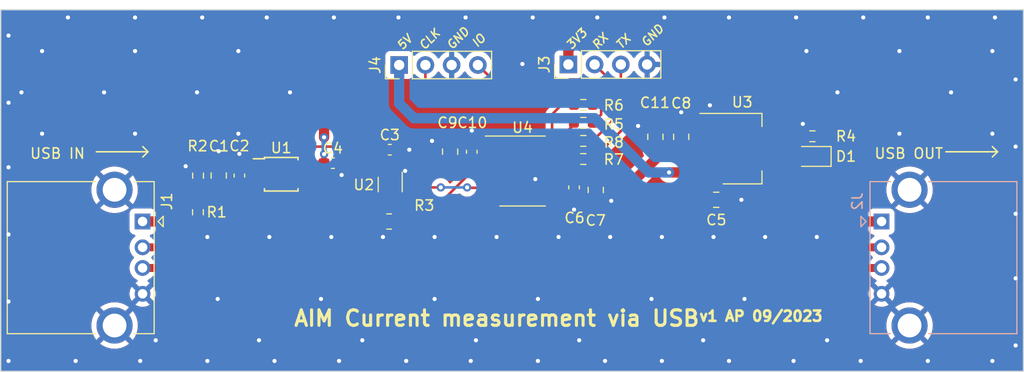
<source format=kicad_pcb>
(kicad_pcb (version 20221018) (generator pcbnew)
  (layers (0 "F.Cu" signal) (31 "B.Cu" signal) (34 "B.Paste" user) (35 "F.Paste" user) (36 "B.SilkS" user "B.Silkscreen") (37 "F.SilkS" user "F.Silkscreen") (38 "B.Mask" user) (39 "F.Mask" user) (44 "Edge.Cuts" user))
  (net 0 "")
  (net 1 "Net-(U1A-+)")
  (net 2 "GND")
  (net 3 "+3.3V")
  (net 4 "+5V")
  (net 5 "Net-(D1-K)")
  (net 6 "CURR_MES_HIGH")
  (net 7 "/USB2_N")
  (net 8 "/USB2_P")
  (net 9 "CURR_MES_LOW")
  (net 10 "UART_RX")
  (net 11 "UART_TX")
  (net 12 "SWD_CLK")
  (net 13 "SWD_IO")
  (net 14 "Net-(U4-PA13)")
  (net 15 "Net-(U4-PA14)")
  (net 16 "USB_VBUS_MES")
  (net 20 "USB_CURR_MES")
  (net 32 "Net-(U4-PA9)")
  (net 33 "Net-(U4-PA10)")
  (footprint "Resistor_SMD:R_0603_1608Metric_Pad0.98x0.95mm_HandSolder" (layer "F.Cu") (at 96.4 67.2125)
    (fp_text reference "R6" (at 2.95 0.0375) (layer "F.SilkS"))
    (fp_text value "100")
    (fp_line (start -0.254724 -0.5225) (end 0.254724 -0.5225) (stroke (width 0.12)) (layer "F.SilkS"))
    (fp_line (start -0.254724 0.5225) (end 0.254724 0.5225) (stroke (width 0.12)) (layer "F.SilkS"))
    (pad "1" smd roundrect (at -0.9125 0) (size 0.975 0.95) (layers "F.Cu" "F.Paste" "F.Mask") (net 15 "Net-(U4-PA14)"))
    (pad "2" smd roundrect (at 0.9125 0) (size 0.975 0.95) (layers "F.Cu" "F.Paste" "F.Mask") (net 12 "SWD_CLK"))
  )
  (footprint "Resistor_SMD:R_0603_1608Metric_Pad0.98x0.95mm_HandSolder" (layer "F.Cu") (at 59.1 74.0625 90)
    (fp_text reference "R2" (at 2.8625 -0.05 180) (layer "F.SilkS"))
    (fp_text value "1M")
    (fp_line (start -0.254724 -0.5225) (end 0.254724 -0.5225) (stroke (width 0.12)) (layer "F.SilkS"))
    (fp_line (start -0.254724 0.5225) (end 0.254724 0.5225) (stroke (width 0.12)) (layer "F.SilkS"))
    (pad "1" smd roundrect (at -0.9125 0 90) (size 0.975 0.95) (layers "F.Cu" "F.Paste" "F.Mask") (net 1 "Net-(U1A-+)"))
    (pad "2" smd roundrect (at 0.9125 0 90) (size 0.975 0.95) (layers "F.Cu" "F.Paste" "F.Mask") (net 2 "GND"))
  )
  (footprint "Resistor_SMD:R_0603_1608Metric_Pad0.98x0.95mm_HandSolder" (layer "F.Cu") (at 118.575 70.25 180)
    (fp_text reference "R4" (at -3.25 0) (layer "F.SilkS"))
    (fp_text value "1k")
    (fp_line (start -0.254724 -0.5225) (end 0.254724 -0.5225) (stroke (width 0.12)) (layer "F.SilkS"))
    (fp_line (start -0.254724 0.5225) (end 0.254724 0.5225) (stroke (width 0.12)) (layer "F.SilkS"))
    (pad "1" smd roundrect (at -0.9125 0 180) (size 0.975 0.95) (layers "F.Cu" "F.Paste" "F.Mask") (net 5 "Net-(D1-K)"))
    (pad "2" smd roundrect (at 0.9125 0 180) (size 0.975 0.95) (layers "F.Cu" "F.Paste" "F.Mask") (net 2 "GND"))
  )
  (footprint "Capacitor_SMD:C_0603_1608Metric_Pad1.08x0.95mm_HandSolder" (layer "F.Cu") (at 63.1 74.05 90)
    (fp_text reference "C2" (at 2.8625 0) (layer "F.SilkS"))
    (fp_text value "100n")
    (fp_line (start -0.146267 -0.51) (end 0.146267 -0.51) (stroke (width 0.12)) (layer "F.SilkS"))
    (fp_line (start -0.146267 0.51) (end 0.146267 0.51) (stroke (width 0.12)) (layer "F.SilkS"))
    (pad "1" smd roundrect (at -0.8625 0 90) (size 1.075 0.95) (layers "F.Cu" "F.Paste" "F.Mask") (net 1 "Net-(U1A-+)"))
    (pad "2" smd roundrect (at 0.8625 0 90) (size 1.075 0.95) (layers "F.Cu" "F.Paste" "F.Mask") (net 2 "GND"))
  )
  (footprint "Capacitor_SMD:C_0805_2012Metric_Pad1.18x1.45mm_HandSolder" (layer "F.Cu") (at 103.375 70.3 90)
    (fp_text reference "C11" (at 3.3 -0.05 180) (layer "F.SilkS"))
    (fp_text value "1u")
    (fp_line (start -0.261252 -0.735) (end 0.261252 -0.735) (stroke (width 0.12)) (layer "F.SilkS"))
    (fp_line (start -0.261252 0.735) (end 0.261252 0.735) (stroke (width 0.12)) (layer "F.SilkS"))
    (pad "1" smd roundrect (at -1.0375 0 90) (size 1.175 1.45) (layers "F.Cu" "F.Paste" "F.Mask") (roundrect_rratio 0.2127659574) (net 3 "+3.3V"))
    (pad "2" smd roundrect (at 1.0375 0 90) (size 1.175 1.45) (layers "F.Cu" "F.Paste" "F.Mask") (roundrect_rratio 0.2127659574) (net 2 "GND"))
  )
  (footprint "Package_SO:TSSOP-20_4.4x6.5mm_P0.65mm" (layer "F.Cu") (at 90.5125 73.6125)
    (fp_text reference "U4" (at 0 -4.2) (layer "F.SilkS"))
    (fp_text value "STM32L011F4Px")
    (fp_line (start 0 -3.385) (end -3.6 -3.385) (stroke (width 0.12)) (layer "F.SilkS"))
    (fp_line (start 0 -3.385) (end 2.2 -3.385) (stroke (width 0.12)) (layer "F.SilkS"))
    (fp_line (start 0 3.385) (end -2.2 3.385) (stroke (width 0.12)) (layer "F.SilkS"))
    (fp_line (start 0 3.385) (end 2.2 3.385) (stroke (width 0.12)) (layer "F.SilkS"))
    (pad "1" smd roundrect (at -2.8625 -2.925) (size 1.475 0.4) (layers "F.Cu" "F.Paste" "F.Mask"))
    (pad "2" smd roundrect (at -2.8625 -2.275) (size 1.475 0.4) (layers "F.Cu" "F.Paste" "F.Mask"))
    (pad "3" smd roundrect (at -2.8625 -1.625) (size 1.475 0.4) (layers "F.Cu" "F.Paste" "F.Mask"))
    (pad "4" smd roundrect (at -2.8625 -0.975) (size 1.475 0.4) (layers "F.Cu" "F.Paste" "F.Mask"))
    (pad "5" smd roundrect (at -2.8625 -0.325) (size 1.475 0.4) (layers "F.Cu" "F.Paste" "F.Mask") (net 3 "+3.3V"))
    (pad "6" smd roundrect (at -2.8625 0.325) (size 1.475 0.4) (layers "F.Cu" "F.Paste" "F.Mask") (net 20 "USB_CURR_MES"))
    (pad "7" smd roundrect (at -2.8625 0.975) (size 1.475 0.4) (layers "F.Cu" "F.Paste" "F.Mask"))
    (pad "8" smd roundrect (at -2.8625 1.625) (size 1.475 0.4) (layers "F.Cu" "F.Paste" "F.Mask") (net 16 "USB_VBUS_MES"))
    (pad "9" smd roundrect (at -2.8625 2.275) (size 1.475 0.4) (layers "F.Cu" "F.Paste" "F.Mask"))
    (pad "10" smd roundrect (at -2.8625 2.925) (size 1.475 0.4) (layers "F.Cu" "F.Paste" "F.Mask"))
    (pad "11" smd roundrect (at 2.8625 2.925) (size 1.475 0.4) (layers "F.Cu" "F.Paste" "F.Mask"))
    (pad "12" smd roundrect (at 2.8625 2.275) (size 1.475 0.4) (layers "F.Cu" "F.Paste" "F.Mask"))
    (pad "13" smd roundrect (at 2.8625 1.625) (size 1.475 0.4) (layers "F.Cu" "F.Paste" "F.Mask"))
    (pad "14" smd roundrect (at 2.8625 0.975) (size 1.475 0.4) (layers "F.Cu" "F.Paste" "F.Mask"))
    (pad "15" smd roundrect (at 2.8625 0.325) (size 1.475 0.4) (layers "F.Cu" "F.Paste" "F.Mask") (net 2 "GND"))
    (pad "16" smd roundrect (at 2.8625 -0.325) (size 1.475 0.4) (layers "F.Cu" "F.Paste" "F.Mask") (net 3 "+3.3V"))
    (pad "17" smd roundrect (at 2.8625 -0.975) (size 1.475 0.4) (layers "F.Cu" "F.Paste" "F.Mask") (net 32 "Net-(U4-PA9)"))
    (pad "18" smd roundrect (at 2.8625 -1.625) (size 1.475 0.4) (layers "F.Cu" "F.Paste" "F.Mask") (net 33 "Net-(U4-PA10)"))
    (pad "19" smd roundrect (at 2.8625 -2.275) (size 1.475 0.4) (layers "F.Cu" "F.Paste" "F.Mask") (net 14 "Net-(U4-PA13)"))
    (pad "20" smd roundrect (at 2.8625 -2.925) (size 1.475 0.4) (layers "F.Cu" "F.Paste" "F.Mask") (net 15 "Net-(U4-PA14)"))
  )
  (footprint "Connector_PinHeader_2.54mm:PinHeader_1x04_P2.54mm_Vertical" (layer "F.Cu") (at 78.57 63.35 90)
    (fp_text reference "J4" (at 0 -2.33 90) (layer "F.SilkS"))
    (fp_text value "Conn_01x04_Pin")
    (fp_line (start -1.33 -1.33) (end 0 -1.33) (stroke (width 0.12)) (layer "F.SilkS"))
    (fp_line (start -1.33 0) (end -1.33 -1.33) (stroke (width 0.12)) (layer "F.SilkS"))
    (fp_line (start -1.33 1.27) (end -1.33 8.95) (stroke (width 0.12)) (layer "F.SilkS"))
    (fp_line (start -1.33 1.27) (end 1.33 1.27) (stroke (width 0.12)) (layer "F.SilkS"))
    (fp_line (start -1.33 8.95) (end 1.33 8.95) (stroke (width 0.12)) (layer "F.SilkS"))
    (fp_line (start 1.33 1.27) (end 1.33 8.95) (stroke (width 0.12)) (layer "F.SilkS"))
    (pad "1" thru_hole rect (at 0 0 90) (size 1.7 1.7) (drill 1) (layers "*.Cu" "*.Mask") (net 4 "+5V"))
    (pad "2" thru_hole oval (at 0 2.54 90) (size 1.7 1.7) (drill 1) (layers "*.Cu" "*.Mask") (net 12 "SWD_CLK"))
    (pad "3" thru_hole oval (at 0 5.08 90) (size 1.7 1.7) (drill 1) (layers "*.Cu" "*.Mask") (net 2 "GND"))
    (pad "4" thru_hole oval (at 0 7.62 90) (size 1.7 1.7) (drill 1) (layers "*.Cu" "*.Mask") (net 13 "SWD_IO"))
  )
  (footprint "Diode_SMD:D_0805_2012Metric_Pad1.15x1.40mm_HandSolder" (layer "F.Cu") (at 118.525 72.2 180)
    (fp_text reference "D1" (at -3.3 0) (layer "F.SilkS"))
    (fp_text value "LED")
    (fp_line (start -1.86 -0.96) (end -1.86 0.96) (stroke (width 0.12)) (layer "F.SilkS"))
    (fp_line (start -1.86 0.96) (end 1 0.96) (stroke (width 0.12)) (layer "F.SilkS"))
    (fp_line (start 1 -0.96) (end -1.86 -0.96) (stroke (width 0.12)) (layer "F.SilkS"))
    (pad "1" smd roundrect (at -1.025 0 180) (size 1.15 1.4) (layers "F.Cu" "F.Paste" "F.Mask") (roundrect_rratio 0.2173913043) (net 5 "Net-(D1-K)"))
    (pad "2" smd roundrect (at 1.025 0 180) (size 1.15 1.4) (layers "F.Cu" "F.Paste" "F.Mask") (roundrect_rratio 0.2173913043) (net 3 "+3.3V"))
  )
  (footprint "Connector_USB:USB_A_CONNFLY_DS1095-WNR0" (layer "F.Cu") (at 53.7275 78.5 -90)
    (fp_text reference "J1" (at -1.95 -2.35 90) (layer "F.SilkS"))
    (fp_text value "USB_A")
    (fp_line (start -3.86 -1.12) (end -3.86 0.86) (stroke (width 0.12)) (layer "F.SilkS"))
    (fp_line (start -3.86 -1.12) (end 10.86 -1.12) (stroke (width 0.12)) (layer "F.SilkS"))
    (fp_line (start -3.86 4.56) (end -3.86 13.1) (stroke (width 0.12)) (layer "F.SilkS"))
    (fp_line (start -3.86 13.1) (end 10.86 13.1) (stroke (width 0.12)) (layer "F.SilkS"))
    (fp_line (start -0.5 -2) (end 0 -1.5) (stroke (width 0.12)) (layer "F.SilkS"))
    (fp_line (start 0 -1.5) (end 0.5 -2) (stroke (width 0.12)) (layer "F.SilkS"))
    (fp_line (start 0.5 -2) (end -0.5 -2) (stroke (width 0.12)) (layer "F.SilkS"))
    (fp_line (start 10.86 0.86) (end 10.86 -1.12) (stroke (width 0.12)) (layer "F.SilkS"))
    (fp_line (start 10.86 4.56) (end 10.86 13.1) (stroke (width 0.12)) (layer "F.SilkS"))
    (pad "1" thru_hole rect (at 0 0 270) (size 1.524 1.524) (drill 0.92) (layers "*.Cu" "*.Mask") (net 6 "CURR_MES_HIGH"))
    (pad "2" thru_hole circle (at 2.5 0 270) (size 1.524 1.524) (drill 0.92) (layers "*.Cu" "*.Mask") (net 7 "/USB2_N"))
    (pad "3" thru_hole circle (at 4.5 0 270) (size 1.524 1.524) (drill 0.92) (layers "*.Cu" "*.Mask") (net 8 "/USB2_P"))
    (pad "4" thru_hole circle (at 7 0 270) (size 1.524 1.524) (drill 0.92) (layers "*.Cu" "*.Mask") (net 2 "GND"))
    (pad "5" thru_hole circle (at -3.07 2.71 270) (size 3.5 3.5) (drill 2.3) (layers "*.Cu" "*.Mask") (net 2 "GND"))
    (pad "5" thru_hole circle (at 10.07 2.71 270) (size 3.5 3.5) (drill 2.3) (layers "*.Cu" "*.Mask") (net 2 "GND"))
  )
  (footprint "Capacitor_SMD:C_0805_2012Metric_Pad1.18x1.45mm_HandSolder" (layer "F.Cu") (at 109.2625 76.4)
    (fp_text reference "C5" (at 0.0125 1.95) (layer "F.SilkS"))
    (fp_text value "10u")
    (fp_line (start -0.261252 -0.735) (end 0.261252 -0.735) (stroke (width 0.12)) (layer "F.SilkS"))
    (fp_line (start -0.261252 0.735) (end 0.261252 0.735) (stroke (width 0.12)) (layer "F.SilkS"))
    (pad "1" smd roundrect (at -1.0375 0) (size 1.175 1.45) (layers "F.Cu" "F.Paste" "F.Mask") (roundrect_rratio 0.2127659574) (net 4 "+5V"))
    (pad "2" smd roundrect (at 1.0375 0) (size 1.175 1.45) (layers "F.Cu" "F.Paste" "F.Mask") (roundrect_rratio 0.2127659574) (net 2 "GND"))
  )
  (footprint "Capacitor_SMD:C_0603_1608Metric_Pad1.08x0.95mm_HandSolder" (layer "F.Cu") (at 95.5 75.2 -90)
    (fp_text reference "C6" (at 2.95 -0.05 -180) (layer "F.SilkS"))
    (fp_text value "100n")
    (fp_line (start -0.146267 -0.51) (end 0.146267 -0.51) (stroke (width 0.12)) (layer "F.SilkS"))
    (fp_line (start -0.146267 0.51) (end 0.146267 0.51) (stroke (width 0.12)) (layer "F.SilkS"))
    (pad "1" smd roundrect (at -0.8625 0 270) (size 1.075 0.95) (layers "F.Cu" "F.Paste" "F.Mask") (net 3 "+3.3V"))
    (pad "2" smd roundrect (at 0.8625 0 270) (size 1.075 0.95) (layers "F.Cu" "F.Paste" "F.Mask") (net 2 "GND"))
  )
  (footprint "Resistor_SMD:R_0603_1608Metric_Pad0.98x0.95mm_HandSolder" (layer "F.Cu") (at 96.4 72.45)
    (fp_text reference "R7" (at 2.95 0.05) (layer "F.SilkS"))
    (fp_text value "100")
    (fp_line (start -0.254724 -0.5225) (end 0.254724 -0.5225) (stroke (width 0.12)) (layer "F.SilkS"))
    (fp_line (start -0.254724 0.5225) (end 0.254724 0.5225) (stroke (width 0.12)) (layer "F.SilkS"))
    (pad "1" smd roundrect (at -0.9125 0) (size 0.975 0.95) (layers "F.Cu" "F.Paste" "F.Mask") (net 32 "Net-(U4-PA9)"))
    (pad "2" smd roundrect (at 0.9125 0) (size 0.975 0.95) (layers "F.Cu" "F.Paste" "F.Mask") (net 11 "UART_TX"))
  )
  (footprint "Capacitor_SMD:C_0603_1608Metric_Pad1.08x0.95mm_HandSolder" (layer "F.Cu") (at 72.15 72.85)
    (fp_text reference "C4" (at 0 -1.43) (layer "F.SilkS"))
    (fp_text value "100n")
    (fp_line (start -0.146267 -0.51) (end 0.146267 -0.51) (stroke (width 0.12)) (layer "F.SilkS"))
    (fp_line (start -0.146267 0.51) (end 0.146267 0.51) (stroke (width 0.12)) (layer "F.SilkS"))
    (pad "1" smd roundrect (at -0.8625 0) (size 1.075 0.95) (layers "F.Cu" "F.Paste" "F.Mask") (net 3 "+3.3V"))
    (pad "2" smd roundrect (at 0.8625 0) (size 1.075 0.95) (layers "F.Cu" "F.Paste" "F.Mask") (net 2 "GND"))
  )
  (footprint "Resistor_SMD:R_0603_1608Metric_Pad0.98x0.95mm_HandSolder" (layer "F.Cu") (at 96.4 70.7)
    (fp_text reference "R8" (at 2.95 0.15) (layer "F.SilkS"))
    (fp_text value "100")
    (fp_line (start -0.254724 -0.5225) (end 0.254724 -0.5225) (stroke (width 0.12)) (layer "F.SilkS"))
    (fp_line (start -0.254724 0.5225) (end 0.254724 0.5225) (stroke (width 0.12)) (layer "F.SilkS"))
    (pad "1" smd roundrect (at -0.9125 0) (size 0.975 0.95) (layers "F.Cu" "F.Paste" "F.Mask") (net 33 "Net-(U4-PA10)"))
    (pad "2" smd roundrect (at 0.9125 0) (size 0.975 0.95) (layers "F.Cu" "F.Paste" "F.Mask") (net 10 "UART_RX"))
  )
  (footprint "Capacitor_SMD:C_0603_1608Metric_Pad1.08x0.95mm_HandSolder" (layer "F.Cu") (at 77.6625 71.55)
    (fp_text reference "C3" (at 0 -1.43) (layer "F.SilkS"))
    (fp_text value "100n")
    (fp_line (start -0.146267 -0.51) (end 0.146267 -0.51) (stroke (width 0.12)) (layer "F.SilkS"))
    (fp_line (start -0.146267 0.51) (end 0.146267 0.51) (stroke (width 0.12)) (layer "F.SilkS"))
    (pad "1" smd roundrect (at -0.8625 0) (size 1.075 0.95) (layers "F.Cu" "F.Paste" "F.Mask") (net 3 "+3.3V"))
    (pad "2" smd roundrect (at 0.8625 0) (size 1.075 0.95) (layers "F.Cu" "F.Paste" "F.Mask") (net 2 "GND"))
  )
  (footprint "Package_TO_SOT_SMD:SOT-363_SC-70-6_Handsoldering" (layer "F.Cu") (at 77.7 74.92 -90)
    (fp_text reference "U2" (at 0.03 2.55 -180) (layer "F.SilkS"))
    (fp_text value "INA211")
    (fp_line (start -0.7 1.16) (end 0.7 1.16) (stroke (width 0.12)) (layer "F.SilkS"))
    (fp_line (start 0.7 -1.16) (end -1.2 -1.16) (stroke (width 0.12)) (layer "F.SilkS"))
    (pad "1" smd rect (at -1.33 -0.65 270) (size 1.5 0.4) (layers "F.Cu" "F.Paste" "F.Mask") (net 2 "GND"))
    (pad "2" smd rect (at -1.33 0 270) (size 1.5 0.4) (layers "F.Cu" "F.Paste" "F.Mask") (net 2 "GND"))
    (pad "3" smd rect (at -1.33 0.65 270) (size 1.5 0.4) (layers "F.Cu" "F.Paste" "F.Mask") (net 3 "+3.3V"))
    (pad "4" smd rect (at 1.33 0.65 270) (size 1.5 0.4) (layers "F.Cu" "F.Paste" "F.Mask") (net 6 "CURR_MES_HIGH"))
    (pad "5" smd rect (at 1.33 0 270) (size 1.5 0.4) (layers "F.Cu" "F.Paste" "F.Mask") (net 9 "CURR_MES_LOW"))
    (pad "6" smd rect (at 1.33 -0.65 270) (size 1.5 0.4) (layers "F.Cu" "F.Paste" "F.Mask") (net 20 "USB_CURR_MES"))
  )
  (footprint "Capacitor_SMD:C_0805_2012Metric_Pad1.18x1.45mm_HandSolder" (layer "F.Cu") (at 97.6 75.45 -90)
    (fp_text reference "C7" (at 2.95 0 -180) (layer "F.SilkS"))
    (fp_text value "10u")
    (fp_line (start -0.261252 -0.735) (end 0.261252 -0.735) (stroke (width 0.12)) (layer "F.SilkS"))
    (fp_line (start -0.261252 0.735) (end 0.261252 0.735) (stroke (width 0.12)) (layer "F.SilkS"))
    (pad "1" smd roundrect (at -1.0375 0 270) (size 1.175 1.45) (layers "F.Cu" "F.Paste" "F.Mask") (roundrect_rratio 0.2127659574) (net 3 "+3.3V"))
    (pad "2" smd roundrect (at 1.0375 0 270) (size 1.175 1.45) (layers "F.Cu" "F.Paste" "F.Mask") (roundrect_rratio 0.2127659574) (net 2 "GND"))
  )
  (footprint "Connector_PinHeader_2.54mm:PinHeader_1x04_P2.54mm_Vertical" (layer "F.Cu") (at 94.95 63.3 90)
    (fp_text reference "J3" (at 0 -2.33 90) (layer "F.SilkS"))
    (fp_text value "Conn_01x04_Pin")
    (fp_line (start -1.33 -1.33) (end 0 -1.33) (stroke (width 0.12)) (layer "F.SilkS"))
    (fp_line (start -1.33 0) (end -1.33 -1.33) (stroke (width 0.12)) (layer "F.SilkS"))
    (fp_line (start -1.33 1.27) (end -1.33 8.95) (stroke (width 0.12)) (layer "F.SilkS"))
    (fp_line (start -1.33 1.27) (end 1.33 1.27) (stroke (width 0.12)) (layer "F.SilkS"))
    (fp_line (start -1.33 8.95) (end 1.33 8.95) (stroke (width 0.12)) (layer "F.SilkS"))
    (fp_line (start 1.33 1.27) (end 1.33 8.95) (stroke (width 0.12)) (layer "F.SilkS"))
    (pad "1" thru_hole rect (at 0 0 90) (size 1.7 1.7) (drill 1) (layers "*.Cu" "*.Mask") (net 3 "+3.3V"))
    (pad "2" thru_hole oval (at 0 2.54 90) (size 1.7 1.7) (drill 1) (layers "*.Cu" "*.Mask") (net 10 "UART_RX"))
    (pad "3" thru_hole oval (at 0 5.08 90) (size 1.7 1.7) (drill 1) (layers "*.Cu" "*.Mask") (net 11 "UART_TX"))
    (pad "4" thru_hole oval (at 0 7.62 90) (size 1.7 1.7) (drill 1) (layers "*.Cu" "*.Mask") (net 2 "GND"))
  )
  (footprint "Package_SO:TSSOP-8_3x3mm_P0.65mm" (layer "F.Cu") (at 67.15 73.925)
    (fp_text reference "U1" (at 0 -2.55) (layer "F.SilkS"))
    (fp_text value "LMV358")
    (fp_line (start -1.625 -1.625) (end -1.625 -1.5) (stroke (width 0.15)) (layer "F.SilkS"))
    (fp_line (start -1.625 -1.625) (end 1.625 -1.625) (stroke (width 0.15)) (layer "F.SilkS"))
    (fp_line (start -1.625 -1.5) (end -2.7 -1.5) (stroke (width 0.15)) (layer "F.SilkS"))
    (fp_line (start -1.625 1.625) (end -1.625 1.4) (stroke (width 0.15)) (layer "F.SilkS"))
    (fp_line (start -1.625 1.625) (end 1.625 1.625) (stroke (width 0.15)) (layer "F.SilkS"))
    (fp_line (start 1.625 -1.625) (end 1.625 -1.4) (stroke (width 0.15)) (layer "F.SilkS"))
    (fp_line (start 1.625 1.625) (end 1.625 1.4) (stroke (width 0.15)) (layer "F.SilkS"))
    (pad "1" smd rect (at -2.15 -0.975) (size 1.1 0.4) (layers "F.Cu" "F.Paste" "F.Mask") (net 16 "USB_VBUS_MES"))
    (pad "2" smd rect (at -2.15 -0.325) (size 1.1 0.4) (layers "F.Cu" "F.Paste" "F.Mask") (net 16 "USB_VBUS_MES"))
    (pad "3" smd rect (at -2.15 0.325) (size 1.1 0.4) (layers "F.Cu" "F.Paste" "F.Mask") (net 1 "Net-(U1A-+)"))
    (pad "4" smd rect (at -2.15 0.975) (size 1.1 0.4) (layers "F.Cu" "F.Paste" "F.Mask") (net 2 "GND"))
    (pad "5" smd rect (at 2.15 0.975) (size 1.1 0.4) (layers "F.Cu" "F.Paste" "F.Mask"))
    (pad "6" smd rect (at 2.15 0.325) (size 1.1 0.4) (layers "F.Cu" "F.Paste" "F.Mask"))
    (pad "7" smd rect (at 2.15 -0.325) (size 1.1 0.4) (layers "F.Cu" "F.Paste" "F.Mask"))
    (pad "8" smd rect (at 2.15 -0.975) (size 1.1 0.4) (layers "F.Cu" "F.Paste" "F.Mask") (net 3 "+3.3V"))
  )
  (footprint "Capacitor_SMD:C_0603_1608Metric_Pad1.08x0.95mm_HandSolder" (layer "F.Cu") (at 85.6 71.75 90)
    (fp_text reference "C10" (at 2.8125 0.05 180) (layer "F.SilkS"))
    (fp_text value "100n")
    (fp_line (start -0.146267 -0.51) (end 0.146267 -0.51) (stroke (width 0.12)) (layer "F.SilkS"))
    (fp_line (start -0.146267 0.51) (end 0.146267 0.51) (stroke (width 0.12)) (layer "F.SilkS"))
    (pad "1" smd roundrect (at -0.8625 0 90) (size 1.075 0.95) (layers "F.Cu" "F.Paste" "F.Mask") (net 3 "+3.3V"))
    (pad "2" smd roundrect (at 0.8625 0 90) (size 1.075 0.95) (layers "F.Cu" "F.Paste" "F.Mask") (net 2 "GND"))
  )
  (footprint "Resistor_SMD:R_0805_2012Metric_Pad1.20x1.40mm_HandSolder" (layer "F.Cu") (at 77.6 78.5)
    (fp_text reference "R3" (at 3.4 -1.55) (layer "F.SilkS"))
    (fp_text value "R")
    (fp_line (start -0.227064 -0.735) (end 0.227064 -0.735) (stroke (width 0.12)) (layer "F.SilkS"))
    (fp_line (start -0.227064 0.735) (end 0.227064 0.735) (stroke (width 0.12)) (layer "F.SilkS"))
    (pad "1" smd roundrect (at -1 0) (size 1.2 1.4) (layers "F.Cu" "F.Paste" "F.Mask") (roundrect_rratio 0.2083333333) (net 6 "CURR_MES_HIGH"))
    (pad "2" smd roundrect (at 1 0) (size 1.2 1.4) (layers "F.Cu" "F.Paste" "F.Mask") (roundrect_rratio 0.2083333333) (net 9 "CURR_MES_LOW"))
  )
  (footprint "Capacitor_SMD:C_0805_2012Metric_Pad1.18x1.45mm_HandSolder" (layer "F.Cu") (at 61.1 74.05 90)
    (fp_text reference "C1" (at 2.845 0.02) (layer "F.SilkS"))
    (fp_text value "1u")
    (fp_line (start -0.261252 -0.735) (end 0.261252 -0.735) (stroke (width 0.12)) (layer "F.SilkS"))
    (fp_line (start -0.261252 0.735) (end 0.261252 0.735) (stroke (width 0.12)) (layer "F.SilkS"))
    (pad "1" smd roundrect (at -1.0375 0 90) (size 1.175 1.45) (layers "F.Cu" "F.Paste" "F.Mask") (roundrect_rratio 0.2127659574) (net 1 "Net-(U1A-+)"))
    (pad "2" smd roundrect (at 1.0375 0 90) (size 1.175 1.45) (layers "F.Cu" "F.Paste" "F.Mask") (roundrect_rratio 0.2127659574) (net 2 "GND"))
  )
  (footprint "Package_TO_SOT_SMD:SOT-223-3_TabPin2" (layer "F.Cu") (at 111.7825 71.45)
    (fp_text reference "U3" (at 0 -4.5) (layer "F.SilkS"))
    (fp_text value "AMS1117")
    (fp_line (start -4.1 -3.41) (end 1.91 -3.41) (stroke (width 0.12)) (layer "F.SilkS"))
    (fp_line (start -1.85 3.41) (end 1.91 3.41) (stroke (width 0.12)) (layer "F.SilkS"))
    (fp_line (start 1.91 -3.41) (end 1.91 -2.15) (stroke (width 0.12)) (layer "F.SilkS"))
    (fp_line (start 1.91 3.41) (end 1.91 2.15) (stroke (width 0.12)) (layer "F.SilkS"))
    (pad "1" smd rect (at -3.15 -2.3) (size 2 1.5) (layers "F.Cu" "F.Paste" "F.Mask") (net 2 "GND"))
    (pad "2" smd rect (at -3.15 0) (size 2 1.5) (layers "F.Cu" "F.Paste" "F.Mask") (net 3 "+3.3V"))
    (pad "2" smd rect (at 3.15 0) (size 2 3.8) (layers "F.Cu" "F.Paste" "F.Mask") (net 3 "+3.3V"))
    (pad "3" smd rect (at -3.15 2.3) (size 2 1.5) (layers "F.Cu" "F.Paste" "F.Mask") (net 4 "+5V"))
  )
  (footprint "Capacitor_SMD:C_0805_2012Metric_Pad1.18x1.45mm_HandSolder" (layer "F.Cu") (at 83.5 71.7375 90)
    (fp_text reference "C9" (at 2.8 -0.25 180) (layer "F.SilkS"))
    (fp_text value "1u")
    (fp_line (start -0.261252 -0.735) (end 0.261252 -0.735) (stroke (width 0.12)) (layer "F.SilkS"))
    (fp_line (start -0.261252 0.735) (end 0.261252 0.735) (stroke (width 0.12)) (layer "F.SilkS"))
    (pad "1" smd roundrect (at -1.0375 0 90) (size 1.175 1.45) (layers "F.Cu" "F.Paste" "F.Mask") (roundrect_rratio 0.2127659574) (net 3 "+3.3V"))
    (pad "2" smd roundrect (at 1.0375 0 90) (size 1.175 1.45) (layers "F.Cu" "F.Paste" "F.Mask") (roundrect_rratio 0.2127659574) (net 2 "GND"))
  )
  (footprint "Capacitor_SMD:C_0805_2012Metric_Pad1.18x1.45mm_HandSolder" (layer "F.Cu") (at 105.875 70.3 90)
    (fp_text reference "C8" (at 3.25 0 180) (layer "F.SilkS"))
    (fp_text value "10u")
    (fp_line (start -0.261252 -0.735) (end 0.261252 -0.735) (stroke (width 0.12)) (layer "F.SilkS"))
    (fp_line (start -0.261252 0.735) (end 0.261252 0.735) (stroke (width 0.12)) (layer "F.SilkS"))
    (pad "1" smd roundrect (at -1.0375 0 90) (size 1.175 1.45) (layers "F.Cu" "F.Paste" "F.Mask") (roundrect_rratio 0.2127659574) (net 3 "+3.3V"))
    (pad "2" smd roundrect (at 1.0375 0 90) (size 1.175 1.45) (layers "F.Cu" "F.Paste" "F.Mask") (roundrect_rratio 0.2127659574) (net 2 "GND"))
  )
  (footprint "Resistor_SMD:R_0603_1608Metric_Pad0.98x0.95mm_HandSolder" (layer "F.Cu") (at 59.09 77.605 90)
    (fp_text reference "R1" (at 0.005 1.81 180) (layer "F.SilkS"))
    (fp_text value "1M")
    (fp_line (start -0.254724 -0.5225) (end 0.254724 -0.5225) (stroke (width 0.12)) (layer "F.SilkS"))
    (fp_line (start -0.254724 0.5225) (end 0.254724 0.5225) (stroke (width 0.12)) (layer "F.SilkS"))
    (pad "1" smd roundrect (at -0.9125 0 90) (size 0.975 0.95) (layers "F.Cu" "F.Paste" "F.Mask") (net 6 "CURR_MES_HIGH"))
    (pad "2" smd roundrect (at 0.9125 0 90) (size 0.975 0.95) (layers "F.Cu" "F.Paste" "F.Mask") (net 1 "Net-(U1A-+)"))
  )
  (footprint "Resistor_SMD:R_0603_1608Metric_Pad0.98x0.95mm_HandSolder" (layer "F.Cu") (at 96.4 68.95)
    (fp_text reference "R5" (at 2.95 0.15) (layer "F.SilkS"))
    (fp_text value "100")
    (fp_line (start -0.254724 -0.5225) (end 0.254724 -0.5225) (stroke (width 0.12)) (layer "F.SilkS"))
    (fp_line (start -0.254724 0.5225) (end 0.254724 0.5225) (stroke (width 0.12)) (layer "F.SilkS"))
    (pad "1" smd roundrect (at -0.9125 0) (size 0.975 0.95) (layers "F.Cu" "F.Paste" "F.Mask") (net 14 "Net-(U4-PA13)"))
    (pad "2" smd roundrect (at 0.9125 0) (size 0.975 0.95) (layers "F.Cu" "F.Paste" "F.Mask") (net 13 "SWD_IO"))
  )
  (footprint "Connector_USB:USB_A_CONNFLY_DS1095-WNR0" (layer "B.Cu") (at 125.2725 78.5 -90)
    (fp_text reference "J2" (at -1.95 2.35 90) (layer "B.SilkS") (effects (justify mirror)))
    (fp_text value "USB_A")
    (fp_line (start -3.86 -13.1) (end 10.86 -13.1) (stroke (width 0.12)) (layer "B.SilkS"))
    (fp_line (start -3.86 -4.56) (end -3.86 -13.1) (stroke (width 0.12)) (layer "B.SilkS"))
    (fp_line (start -3.86 1.12) (end -3.86 -0.86) (stroke (width 0.12)) (layer "B.SilkS"))
    (fp_line (start -3.86 1.12) (end 10.86 1.12) (stroke (width 0.12)) (layer "B.SilkS"))
    (fp_line (start -0.5 2) (end 0 1.5) (stroke (width 0.12)) (layer "B.SilkS"))
    (fp_line (start 0 1.5) (end 0.5 2) (stroke (width 0.12)) (layer "B.SilkS"))
    (fp_line (start 0.5 2) (end -0.5 2) (stroke (width 0.12)) (layer "B.SilkS"))
    (fp_line (start 10.86 -4.56) (end 10.86 -13.1) (stroke (width 0.12)) (layer "B.SilkS"))
    (fp_line (start 10.86 -0.86) (end 10.86 1.12) (stroke (width 0.12)) (layer "B.SilkS"))
    (pad "1" thru_hole rect (at 0 0 270) (size 1.524 1.524) (drill 0.92) (layers "*.Cu" "*.Mask") (net 9 "CURR_MES_LOW"))
    (pad "2" thru_hole circle (at 2.5 0 270) (size 1.524 1.524) (drill 0.92) (layers "*.Cu" "*.Mask") (net 7 "/USB2_N"))
    (pad "3" thru_hole circle (at 4.5 0 270) (size 1.524 1.524) (drill 0.92) (layers "*.Cu" "*.Mask") (net 8 "/USB2_P"))
    (pad "4" thru_hole circle (at 7 0 270) (size 1.524 1.524) (drill 0.92) (layers "*.Cu" "*.Mask") (net 2 "GND"))
    (pad "5" thru_hole circle (at -3.07 -2.71 270) (size 3.5 3.5) (drill 2.3) (layers "*.Cu" "*.Mask") (net 2 "GND"))
    (pad "5" thru_hole circle (at 10.07 -2.71 270) (size 3.5 3.5) (drill 2.3) (layers "*.Cu" "*.Mask") (net 2 "GND"))
  )
  (gr_line (start 54.25 71.75) (end 53.75 72.25) (stroke (width 0.15)) (layer "F.SilkS"))
  (gr_line (start 54.25 71.75) (end 53.75 71.25) (stroke (width 0.15)) (layer "F.SilkS"))
  (gr_line (start 136.5 71.75) (end 136 72.25) (stroke (width 0.15)) (layer "F.SilkS"))
  (gr_line (start 49.25 71.75) (end 54.25 71.75) (stroke (width 0.15)) (layer "F.SilkS"))
  (gr_line (start 131.5 71.75) (end 136.5 71.75) (stroke (width 0.15)) (layer "F.SilkS"))
  (gr_line (start 136.5 71.75) (end 136 71.25) (stroke (width 0.15)) (layer "F.SilkS"))
  (gr_rect (start 40 58) (end 139 93) (stroke (width 0.1)) (fill none) (layer "Edge.Cuts"))
  (gr_text "TX" (at 100.06 61.97 45) (layer "F.SilkS") (effects (font (size 0.8 0.8) (thickness 0.15) italic) (justify left bottom)))
  (gr_text "5V" (at 78.87 62.05 45) (layer "F.SilkS") (effects (font (size 0.8 0.8) (thickness 0.15) italic) (justify left bottom)))
  (gr_text "RX" (at 97.75 62 45) (layer "F.SilkS") (effects (font (size 0.8 0.8) (thickness 0.15) italic) (justify left bottom)))
  (gr_text "GND" (at 83.68 62.02 45) (layer "F.SilkS") (effects (font (size 0.8 0.8) (thickness 0.15) italic) (justify left bottom)))
  (gr_text "GND" (at 102.5 61.75 45) (layer "F.SilkS") (effects (font (size 0.8 0.8) (thickness 0.15) italic) (justify left bottom)))
  (gr_text "AIM Current measurement via USB" (at 68.25 88.75) (layer "F.SilkS") (effects (font (size 1.5 1.5) (thickness 0.3) bold) (justify left bottom)))
  (gr_text "IO" (at 86.12 61.8 45) (layer "F.SilkS") (effects (font (size 0.8 0.8) (thickness 0.15) italic) (justify left bottom)))
  (gr_text "CLK" (at 81 62.05 45) (layer "F.SilkS") (effects (font (size 0.8 0.8) (thickness 0.15) italic) (justify left bottom)))
  (gr_text "v1 AP 09/2023" (at 107.5 88.25) (layer "F.SilkS") (effects (font (size 1 1) (thickness 0.25) bold) (justify left bottom)))
  (gr_text "USB IN" (at 42.75 72.5) (layer "F.SilkS") (effects (font (size 1 1)) (justify left bottom)))
  (gr_text "USB OUT" (at 124.5 72.5) (layer "F.SilkS") (effects (font (size 1 1)) (justify left bottom)))
  (gr_text "3V3" (at 95.25 62 45) (layer "F.SilkS") (effects (font (size 0.8 0.8) (thickness 0.15) italic) (justify left bottom)))
  (segment (start 59.1 74.975) (end 59.1 76.6825) (width 1) (layer "F.Cu") (net 1))
  (segment (start 60.9875 74.975) (end 61.1 75.0875) (width 1) (layer "F.Cu") (net 1))
  (segment (start 62.4375 74.9125) (end 62.2625 75.0875) (width 0.5) (layer "F.Cu") (net 1))
  (segment (start 65 74.25) (end 63.7625 74.25) (width 0.5) (layer "F.Cu") (net 1))
  (segment (start 63.1 74.9125) (end 62.4375 74.9125) (width 0.5) (layer "F.Cu") (net 1))
  (segment (start 59.1 76.6825) (end 59.09 76.6925) (width 1) (layer "F.Cu") (net 1))
  (segment (start 61.1 75.0875) (end 62.2625 75.0875) (width 0.5) (layer "F.Cu") (net 1))
  (segment (start 63.7625 74.25) (end 63.1 74.9125) (width 0.5) (layer "F.Cu") (net 1))
  (segment (start 59.1 74.975) (end 60.9875 74.975) (width 1) (layer "F.Cu") (net 1))
  (segment (start 117.6625 69.0625) (end 117.65 69.05) (width 0.5) (layer "F.Cu") (net 2))
  (segment (start 117.6625 70.25) (end 117.6625 69.0625) (width 0.5) (layer "F.Cu") (net 2))
  (segment (start 77.7 73.59) (end 79.14 73.59) (width 0.5) (layer "F.Cu") (net 2))
  (segment (start 105.875 69.2625) (end 105.875 67.925) (width 0.5) (layer "F.Cu") (net 2))
  (segment (start 92.2125 73.9375) (end 93.375 73.9375) (width 0.25) (layer "F.Cu") (net 2))
  (segment (start 97.6 76.4875) (end 99.0875 76.4875) (width 0.5) (layer "F.Cu") (net 2))
  (segment (start 95.5 76.0625) (end 95.5 77.35) (width 0.5) (layer "F.Cu") (net 2))
  (segment (start 108.6325 67.2675) (end 108.65 67.25) (width 1) (layer "F.Cu") (net 2))
  (segment (start 83.5 70.7) (end 81.75 70.7) (width 1) (layer "F.Cu") (net 2))
  (segment (start 79.14 73.59) (end 79.15 73.6) (width 0.5) (layer "F.Cu") (net 2))
  (segment (start 78.525 71.55) (end 79.55 71.55) (width 0.5) (layer "F.Cu") (net 2))
  (segment (start 108.6325 69.15) (end 108.6325 67.2675) (width 1) (layer "F.Cu") (net 2))
  (segment (start 73.0125 72.85) (end 73.0125 73.9875) (width 0.5) (layer "F.Cu") (net 2))
  (segment (start 99.0875 76.4875) (end 99.1 76.5) (width 0.5) (layer "F.Cu") (net 2))
  (segment (start 85.6 70.8875) (end 85.6 69.7) (width 1) (layer "F.Cu") (net 2))
  (segment (start 59.1 73.15) (end 57.9 73.15) (width 0.5) (layer "F.Cu") (net 2))
  (segment (start 91.75 74.4) (end 92.2125 73.9375) (width 0.25) (layer "F.Cu") (net 2))
  (segment (start 61.1 73.0125) (end 61.1 71.7) (width 0.5) (layer "F.Cu") (net 2))
  (segment (start 73.0125 73.9875) (end 73 74) (width 0.5) (layer "F.Cu") (net 2))
  (segment (start 103.375 69.2625) (end 101.7125 69.2625) (width 0.5) (layer "F.Cu") (net 2))
  (segment (start 110.3 76.4) (end 111.7 76.4) (width 0.5) (layer "F.Cu") (net 2))
  (segment (start 63.1 73.1875) (end 63.1 71.95) (width 0.5) (layer "F.Cu") (net 2))
  (segment (start 101.7125 69.2625) (end 101.7 69.25) (width 0.5) (layer "F.Cu") (net 2))
  (via (at 61 86) (size 0.8) (drill 0.4) (layers "F.Cu" "B.Cu") (net 2))
  (via (at 104 92) (size 0.8) (drill 0.4) (layers "F.Cu" "B.Cu") (net 2))
  (via (at 46.5 58.75) (size 0.8) (drill 0.4) (layers "F.Cu" "B.Cu") (net 2))
  (via (at 127 62) (size 0.8) (drill 0.4) (layers "F.Cu" "B.Cu") (net 2))
  (via (at 118 62) (size 0.8) (drill 0.4) (layers "F.Cu" "B.Cu") (net 2))
  (via (at 112 86) (size 0.8) (drill 0.4) (layers "F.Cu" "B.Cu") (net 2))
  (via (at 40.75 73.25) (size 0.8) (drill 0.4) (layers "F.Cu" "B.Cu") (net 2))
  (via (at 65 90) (size 0.8) (drill 0.4) (layers "F.Cu" "B.Cu") (net 2))
  (via (at 66 80) (size 0.8) (drill 0.4) (layers "F.Cu" "B.Cu") (net 2))
  (via (at 59.5 58.75) (size 0.8) (drill 0.4) (layers "F.Cu" "B.Cu") (net 2))
  (via (at 50 66) (size 0.8) (drill 0.4) (layers "F.Cu" "B.Cu") (net 2))
  (via (at 73 74) (size 0.8) (drill 0.4) (layers "F.Cu" "B.Cu") (net 2))
  (via (at 123.5 58.75) (size 0.8) (drill 0.4) (layers "F.Cu" "B.Cu") (net 2))
  (via (at 120 90) (size 0.8) (drill 0.4) (layers "F.Cu" "B.Cu") (net 2))
  (via (at 88 80) (size 0.8) (drill 0.4) (layers "F.Cu" "B.Cu") (net 2))
  (via (at 77 80) (size 0.8) (drill 0.4) (layers "F.Cu" "B.Cu") (net 2))
  (via (at 40.75 86.25) (size 0.8) (drill 0.4) (layers "F.Cu" "B.Cu") (net 2))
  (via (at 65.75 58.75) (size 0.8) (drill 0.4) (layers "F.Cu" "B.Cu") (net 2))
  (via (at 91.75 74.4) (size 0.8) (drill 0.4) (layers "F.Cu" "B.Cu") (net 2))
  (via (at 117 58.75) (size 0.8) (drill 0.4) (layers "F.Cu" "B.Cu") (net 2))
  (via (at 91.5 58.75) (size 0.8) (drill 0.4) (layers "F.Cu" "B.Cu") (net 2))
  (via (at 95.5 77.35) (size 0.8) (drill 0.4) (layers "F.Cu" "B.Cu") (net 2))
  (via (at 53.5 92) (size 0.8) (drill 0.4) (layers "F.Cu" "B.Cu") (net 2))
  (via (at 104 80) (size 0.8) (drill 0.4) (layers "F.Cu" "B.Cu") (net 2))
  (via (at 110.5 92) (size 0.8) (drill 0.4) (layers "F.Cu" "B.Cu") (net 2))
  (via (at 92 92) (size 0.8) (drill 0.4) (layers "F.Cu" "B.Cu") (net 2))
  (via (at 78.5 58.75) (size 0.8) (drill 0.4) (layers "F.Cu" "B.Cu") (net 2))
  (via (at 90.5 63.25) (size 0.8) (drill 0.4) (layers "F.Cu" "B.Cu") (net 2))
  (via (at 138.25 84) (size 0.8) (drill 0.4) (layers "F.Cu" "B.Cu") (net 2))
  (via (at 138.25 71.25) (size 0.8) (drill 0.4) (layers "F.Cu" "B.Cu") (net 2))
  (via (at 63 70) (size 0.8) (drill 0.4) (layers "F.Cu" "B.Cu") (net 2))
  (via (at 103 86) (size 0.8) (drill 0.4) (layers "F.Cu" "B.Cu") (net 2))
  (via (at 116.75 92) (size 0.8) (drill 0.4) (layers "F.Cu" "B.Cu") (net 2))
  (via (at 60 92) (size 0.8) (drill 0.4) (layers "F.Cu" "B.Cu") (net 2))
  (via (at 40.75 67) (size 0.8) (drill 0.4) (layers "F.Cu" "B.Cu") (net 2))
  (via (at 108 90) (size 0.8) (drill 0.4) (layers "F.Cu" "B.Cu") (net 2))
  (via (at 97.75 58.75) (size 0.8) (drill 0.4) (layers "F.Cu" "B.Cu") (net 2))
  (via (at 63.1 71.95) (size 0.8) (drill 0.4) (layers "F.Cu" "B.Cu") (net 2))
  (via (at 72.25 58.75) (size 0.8) (drill 0.4) (layers "F.Cu" "B.Cu") (net 2))
  (via (at 111.7 76.4) (size 0.8) (drill 0.4) (layers "F.Cu" "B.Cu") (net 2))
  (via (at 81.75 70.7) (size 0.8) (drill 0.4) (layers "F.Cu" "B.Cu") (net 2))
  (via (at 85 58.75) (size 0.8) (drill 0.4) (layers "F.Cu" "B.Cu") (net 2))
  (via (at 55 90) (size 0.8) (drill 0.4) (layers "F.Cu" "B.Cu") (net 2))
  (via (at 85.5 92) (size 0.8) (drill 0.4) (layers "F.Cu" "B.Cu") (net 2))
  (via (at 82 86) (size 0.8) (drill 0.4) (layers "F.Cu" "B.Cu") (net 2))
  (via (at 66.5 92) (size 0.8) (drill 0.4) (layers "F.Cu" "B.Cu") (net 2))
  (via (at 114 80) (size 0.8) (drill 0.4) (layers "F.Cu" "B.Cu") (net 2))
  (via (at 136 62) (size 0.8) (drill 0.4) (layers "F.Cu" "B.Cu") (net 2))
  (via (at 53 70) (size 0.8) (drill 0.4) (layers "F.Cu" "B.Cu") (net 2))
  (via (at 101.7 69.25) (size 0.8) (drill 0.4) (layers "F.Cu" "B.Cu") (net 2))
  (via (at 138.25 90.5) (size 0.8) (drill 0.4) (layers "F.Cu" "B.Cu") (net 2))
  (via (at 96 90) (size 0.8) (drill 0.4) (layers "F.Cu" "B.Cu") (net 2))
  (via (at 86 90) (size 0.8) (drill 0.4) (layers "F.Cu" "B.Cu") (net 2))
  (via (at 53 58.75) (size 0.8) (drill 0.4) (layers "F.Cu" "B.Cu") (net 2))
  (via (at 110.5 58.75) (size 0.8) (drill 0.4) (layers "F.Cu" "B.Cu") (net 2))
  (via (at 129.75 58.75) (size 0.8) (drill 0.4) (layers "F.Cu" "B.Cu") (net 2))
  (via (at 105.875 67.925) (size 0.8) (drill 0.4) (layers "F.Cu" "B.Cu") (net 2))
  (via (at 61.1 71.7) (size 0.8) (drill 0.4) (layers "F.Cu" "B.Cu") (net 2))
  (via (at 117.65 69.05) (size 0.8) (drill 0.4) (layers "F.Cu" "B.Cu") (net 2))
  (via (at 53 62) (size 0.8) (drill 0.4) (layers "F.Cu" "B.Cu") (net 2))
  (via (at 92 86) (size 0.8) (drill 0.4) (layers "F.Cu" "B.Cu") (net 2))
  (via (at 136 70) (size 0.8) (drill 0.4) (layers "F.Cu" "B.Cu") (net 2))
  (via (at 68 66) (size 0.8) (drill 0.4) (layers "F.Cu" "B.Cu") (net 2))
  (via (at 59 66) (size 0.8) (drill 0.4) (layers "F.Cu" "B.Cu") (net 2))
  (via (at 40.75 60.5) (size 0.8) (drill 0.4) (layers "F.Cu" "B.Cu") (net 2))
  (via (at 42 66) (size 0.8) (drill 0.4) (layers "F.Cu" "B.Cu") (net 2))
  (via (at 104.25 58.75) (size 0.8) (drill 0.4) (layers "F.Cu" "B.Cu") (net 2))
  (via (at 60 80) (size 0.8) (drill 0.4) (layers "F.Cu" "B.Cu") (net 2))
  (via (at 47.25 92) (size 0.8) (drill 0.4) (layers "F.Cu" "B.Cu") (net 2))
  (via (at 71 86) (size 0.8) (drill 0.4) (layers "F.Cu" "B.Cu") (net 2))
  (via (at 99.1 76.5) (size 0.8) (drill 0.4) (layers "F.Cu" "B.Cu") (net 2))
  (via (at 138.25 64.75) (size 0.8) (drill 0.4) (layers "F.Cu" "B.Cu") (net 2))
  (via (at 136 92) (size 0.8) (drill 0.4) (layers "F.Cu" "B.Cu") (net 2))
  (via (at 98.5 92) (size 0.8) (drill 0.4) (layers "F.Cu" "B.Cu") (net 2))
  (via (at 127 70) (size 0.8) (drill 0.4) (layers "F.Cu" "B.Cu") (net 2))
  (via (at 132 66) (size 0.8) (drill 0.4) (layers "F.Cu" "B.Cu") (net 2))
  (via (at 63 62) (size 0.8) (drill 0.4) (layers "F.Cu" "B.Cu") (net 2))
  (via (at 121 66) (size 0.8) (drill 0.4) (layers "F.Cu" "B.Cu") (net 2))
  (via (at 40.75 79.75) (size 0.8) (drill 0.4) (layers "F.Cu" "B.Cu") (net 2))
  (via (at 75 90) (size 0.8) (drill 0.4) (layers "F.Cu" "B.Cu") (net 2))
  (via (at 108.65 67.25) (size 0.8) (drill 0.4) (layers "F.Cu" "B.Cu") (net 2))
  (via (at 79.15 73.6) (size 0.8) (drill 0.4) (layers "F.Cu" "B.Cu") (net 2))
  (via (at 129.75 92) (size 0.8) (drill 0.4) (layers "F.Cu" "B.Cu") (net 2))
  (via (at 138.25 77.75) (size 0.8) (drill 0.4) (layers "F.Cu" "B.Cu") (net 2))
  (via (at 109 80) (size 0.8) (drill 0.4) (layers "F.Cu" "B.Cu") (net 2))
  (via (at 99 80) (size 0.8) (drill 0.4) (layers "F.Cu" "B.Cu") (net 2))
  (via (at 44 62) (size 0.8) (drill 0.4) (layers "F.Cu" "B.Cu") (net 2))
  (via (at 85.6 69.7) (size 0.8) (drill 0.4) (layers "F.Cu" "B.Cu") (net 2))
  (via (at 44 70) (size 0.8) (drill 0.4) (layers "F.Cu" "B.Cu") (net 2))
  (via (at 79.55 71.55) (size 0.8) (drill 0.4) (layers "F.Cu" "B.Cu") (net 2))
  (via (at 72 80) (size 0.8) (drill 0.4) (layers "F.Cu" "B.Cu") (net 2))
  (via (at 119 80) (size 0.8) (drill 0.4) (layers "F.Cu" "B.Cu") (net 2))
  (via (at 123.25 92) (size 0.8) (drill 0.4) (layers "F.Cu" "B.Cu") (net 2))
  (via (at 72.75 92) (size 0.8) (drill 0.4) (layers "F.Cu" "B.Cu") (net 2))
  (via (at 94 80) (size 0.8) (drill 0.4) (layers "F.Cu" "B.Cu") (net 2))
  (via (at 82 80) (size 0.8) (drill 0.4) (layers "F.Cu" "B.Cu") (net 2))
  (via (at 57.9 73.15) (size 0.8) (drill 0.4) (layers "F.Cu" "B.Cu") (net 2))
  (via (at 136.25 58.75) (size 0.8) (drill 0.4) (layers "F.Cu" "B.Cu") (net 2))
  (via (at 40.75 92) (size 0.8) (drill 0.4) (layers "F.Cu" "B.Cu") (net 2))
  (via (at 79.25 92) (size 0.8) (drill 0.4) (layers "F.Cu" "B.Cu") (net 2))
  (segment (start 114.9325 71.45) (end 114.9325 63.9325) (width 1) (layer "F.Cu") (net 3))
  (segment (start 101.4375 74.4125) (end 103.375 72.475) (width 1) (layer "F.Cu") (net 3))
  (segment (start 71.2875 72.85) (end 70.2 72.85) (width 0.5) (layer "F.Cu") (net 3))
  (segment (start 114.9325 63.9325) (end 112.1 61.1) (width 1) (layer "F.Cu") (net 3))
  (segment (start 112.1 61.1) (end 97.75 61.1) (width 1) (layer "F.Cu") (net 3))
  (segment (start 70.2 72.85) (end 70.1 72.95) (width 0.5) (layer "F.Cu") (net 3))
  (segment (start 95.7 61.1) (end 94.95 61.85) (width 1) (layer "F.Cu") (net 3))
  (segment (start 103.375 72.475) (end 103.375 71.3375) (width 1) (layer "F.Cu") (net 3))
  (segment (start 97.75 61.1) (end 95.7 61.1) (width 1) (layer "F.Cu") (net 3))
  (segment (start 86.275 73.2875) (end 85.6 72.6125) (width 0.25) (layer "F.Cu") (net 3))
  (segment (start 87.65 73.2875) (end 86.275 73.2875) (width 0.25) (layer "F.Cu") (net 3))
  (segment (start 83.5 72.775) (end 85.4375 72.775) (width 1) (layer "F.Cu") (net 3))
  (segment (start 115.6825 72.2) (end 114.9325 71.45) (width 1) (layer "F.Cu") (net 3))
  (segment (start 108.6325 71.45) (end 103.4875 71.45) (width 1) (layer "F.Cu") (net 3))
  (segment (start 76.8 72.4) (end 76.8 71.55) (width 0.25) (layer "F.Cu") (net 3))
  (segment (start 94.95 61.85) (end 94.95 63.3) (width 1) (layer "F.Cu") (net 3))
  (segment (start 71.3 66.05) (end 76.8 71.55) (width 1) (layer "F.Cu") (net 3))
  (segment (start 77.05 73.59) (end 77.05 72.65) (width 0.25) (layer "F.Cu") (net 3))
  (segment (start 72.9 61.1) (end 71.3 62.7) (width 1) (layer "F.Cu") (net 3))
  (segment (start 97.75 61.1) (end 72.9 61.1) (width 1) (layer "F.Cu") (net 3))
  (segment (start 77.05 72.65) (end 76.8 72.4) (width 0.25) (layer "F.Cu") (net 3))
  (segment (start 71.3 62.7) (end 71.3 65.15) (width 1) (layer "F.Cu") (net 3))
  (segment (start 69.3 72.95) (end 70.1 72.95) (width 0.25) (layer "F.Cu") (net 3))
  (segment (start 94.45 73.2875) (end 95.5 74.3375) (width 0.25) (layer "F.Cu") (net 3))
  (segment (start 117.5 72.2) (end 115.6825 72.2) (width 1) (layer "F.Cu") (net 3))
  (segment (start 93.375 73.2875) (end 87.65 73.2875) (width 0.25) (layer "F.Cu") (net 3))
  (segment (start 103.4875 71.45) (end 103.375 71.3375) (width 1) (layer "F.Cu") (net 3))
  (segment (start 108.6325 71.45) (end 114.9325 71.45) (width 1) (layer "F.Cu") (net 3))
  (segment (start 71.3 65.15) (end 71.3 70.35) (width 1) (layer "F.Cu") (net 3))
  (segment (start 71.2875 72.85) (end 71.2875 71.987) (width 0.5) (layer "F.Cu") (net 3))
  (segment (start 97.6 74.4125) (end 101.4375 74.4125) (width 1) (layer "F.Cu") (net 3))
  (segment (start 71.3 65.15) (end 71.3 66.05) (width 1) (layer "F.Cu") (net 3))
  (segment (start 97.6 74.4125) (end 95.575 74.4125) (width 1) (layer "F.Cu") (net 3))
  (segment (start 93.375 73.2875) (end 94.45 73.2875) (width 0.25) (layer "F.Cu") (net 3))
  (segment (start 71.2875 71.987) (end 71.3 71.9745) (width 0.5) (layer "F.Cu") (net 3))
  (via (at 71.3 70.35) (size 0.8) (drill 0.4) (layers "F.Cu" "B.Cu") (net 3))
  (via (at 71.3 71.9745) (size 0.8) (drill 0.4) (layers "F.Cu" "B.Cu") (net 3))
  (segment (start 71.3 71.9745) (end 71.3 70.35) (width 0.5) (layer "B.Cu") (net 3))
  (segment (start 108.225 76.4) (end 108.225 74.1575) (width 1) (layer "F.Cu") (net 4))
  (segment (start 104.7 73.75) (end 108.6325 73.75) (width 1) (layer "F.Cu") (net 4))
  (segment (start 108.225 74.1575) (end 108.6325 73.75) (width 1) (layer "F.Cu") (net 4))
  (via (at 104.7 73.75) (size 0.8) (drill 0.4) (layers "F.Cu" "B.Cu") (net 4))
  (segment (start 78.57 67.07) (end 78.57 63.35) (width 1) (layer "B.Cu") (net 4))
  (segment (start 104.7 73.75) (end 102.75 73.75) (width 1) (layer "B.Cu") (net 4))
  (segment (start 80 68.5) (end 78.57 67.07) (width 1) (layer "B.Cu") (net 4))
  (segment (start 97.5 68.5) (end 80 68.5) (width 1) (layer "B.Cu") (net 4))
  (segment (start 102.75 73.75) (end 97.5 68.5) (width 1) (layer "B.Cu") (net 4))
  (segment (start 119.55 70.3125) (end 119.4875 70.25) (width 0.5) (layer "F.Cu") (net 5))
  (segment (start 119.55 72.2) (end 119.55 70.3125) (width 0.5) (layer "F.Cu") (net 5))
  (segment (start 76.6 78.5) (end 76.6 77.65) (width 0.25) (layer "F.Cu") (net 6))
  (segment (start 59.09 78.5175) (end 59.1075 78.5) (width 1) (layer "F.Cu") (net 6))
  (segment (start 59.0725 78.5) (end 59.09 78.5175) (width 1) (layer "F.Cu") (net 6))
  (segment (start 76.6 77.65) (end 77.05 77.2) (width 0.25) (layer "F.Cu") (net 6))
  (segment (start 59.1075 78.5) (end 76.6 78.5) (width 1) (layer "F.Cu") (net 6))
  (segment (start 53.7275 78.5) (end 59.0725 78.5) (width 1) (layer "F.Cu") (net 6))
  (segment (start 77.05 76.25) (end 77.05 77.2) (width 0.25) (layer "F.Cu") (net 6))
  (segment (start 125.2725 81) (end 123.55 81) (width 0.77) (layer "F.Cu") (net 7))
  (segment (start 123.0112 81.5388) (end 56.1388 81.5388) (width 0.77) (layer "F.Cu") (net 7))
  (segment (start 56.1388 81.5388) (end 55.6 81) (width 0.77) (layer "F.Cu") (net 7))
  (segment (start 123.55 81) (end 123.0112 81.5388) (width 0.77) (layer "F.Cu") (net 7))
  (segment (start 55.6 81) (end 53.7275 81) (width 0.77) (layer "F.Cu") (net 7))
  (segment (start 55.5 83) (end 53.7275 83) (width 0.77) (layer "F.Cu") (net 8))
  (segment (start 123.5 83) (end 122.9612 82.4612) (width 0.77) (layer "F.Cu") (net 8))
  (segment (start 56.0388 82.4612) (end 55.5 83) (width 0.77) (layer "F.Cu") (net 8))
  (segment (start 125.2725 83) (end 123.5 83) (width 0.77) (layer "F.Cu") (net 8))
  (segment (start 122.9612 82.4612) (end 56.0388 82.4612) (width 0.77) (layer "F.Cu") (net 8))
  (segment (start 77.7 77.6) (end 78.6 78.5) (width 0.25) (layer "F.Cu") (net 9))
  (segment (start 78.6 78.5) (end 125.2725 78.5) (width 1) (layer "F.Cu") (net 9))
  (segment (start 77.7 76.25) (end 77.7 77.6) (width 0.25) (layer "F.Cu") (net 9))
  (segment (start 97.3125 70.6875) (end 99.15 68.85) (width 0.25) (layer "F.Cu") (net 10))
  (segment (start 99.15 68.85) (end 99.15 64.96) (width 0.25) (layer "F.Cu") (net 10))
  (segment (start 99.15 64.96) (end 97.49 63.3) (width 0.25) (layer "F.Cu") (net 10))
  (segment (start 97.3125 70.7) (end 97.3125 70.6875) (width 0.25) (layer "F.Cu") (net 10))
  (segment (start 97.33 72.45) (end 100.03 69.75) (width 0.25) (layer "F.Cu") (net 11))
  (segment (start 100.03 63.3) (end 100.03 69.75) (width 0.25) (layer "F.Cu") (net 11))
  (segment (start 97.3125 72.45) (end 97.33 72.45) (width 0.25) (layer "F.Cu") (net 11))
  (segment (start 96.35 66.25) (end 97.3125 67.2125) (width 0.25) (layer "F.Cu") (net 12))
  (segment (start 81.11 63.35) (end 81.11 65.51) (width 0.25) (layer "F.Cu") (net 12))
  (segment (start 81.11 65.51) (end 81.85 66.25) (width 0.25) (layer "F.Cu") (net 12))
  (segment (start 81.85 66.25) (end 96.35 66.25) (width 0.25) (layer "F.Cu") (net 12))
  (segment (start 87.59 64.75) (end 96.9 64.75) (width 0.25) (layer "F.Cu") (net 13))
  (segment (start 96.9 64.75) (end 98.125 65.975) (width 0.25) (layer "F.Cu") (net 13))
  (segment (start 98.125 65.975) (end 98.125 68.1375) (width 0.25) (layer "F.Cu") (net 13))
  (segment (start 86.19 63.35) (end 87.59 64.75) (width 0.25) (layer "F.Cu") (net 13))
  (segment (start 98.125 68.1375) (end 97.3125 68.95) (width 0.25) (layer "F.Cu") (net 13))
  (segment (start 94.6 70) (end 94.6 70.801041) (width 0.25) (layer "F.Cu") (net 14))
  (segment (start 94.063541 71.3375) (end 93.375 71.3375) (width 0.25) (layer "F.Cu") (net 14))
  (segment (start 95.4875 68.95) (end 95.4875 69.1125) (width 0.25) (layer "F.Cu") (net 14))
  (segment (start 95.4875 69.1125) (end 94.6 70) (width 0.25) (layer "F.Cu") (net 14))
  (segment (start 94.6 70.801041) (end 94.063541 71.3375) (width 0.25) (layer "F.Cu") (net 14))
  (segment (start 94.2875 67.2125) (end 95.4875 67.2125) (width 0.25) (layer "F.Cu") (net 15))
  (segment (start 93.375 70.6875) (end 93.375 68.125) (width 0.25) (layer "F.Cu") (net 15))
  (segment (start 93.375 68.125) (end 94.2875 67.2125) (width 0.25) (layer "F.Cu") (net 15))
  (segment (start 65.55 71.25) (end 65 71.8) (width 0.25) (layer "F.Cu") (net 16))
  (segment (start 80.75 75.2) (end 80.4 74.85) (width 0.25) (layer "F.Cu") (net 16))
  (segment (start 75 74.3) (end 75 72.15) (width 0.25) (layer "F.Cu") (net 16))
  (segment (start 74.1 71.25) (end 65.55 71.25) (width 0.25) (layer "F.Cu") (net 16))
  (segment (start 75 72.15) (end 74.1 71.25) (width 0.25) (layer "F.Cu") (net 16))
  (segment (start 75.55 74.85) (end 75 74.3) (width 0.25) (layer "F.Cu") (net 16))
  (segment (start 85.1875 75.2375) (end 85.15 75.2) (width 0.25) (layer "F.Cu") (net 16))
  (segment (start 82.6 75.2) (end 80.75 75.2) (width 0.25) (layer "F.Cu") (net 16))
  (segment (start 65 71.8) (end 65 72.95) (width 0.25) (layer "F.Cu") (net 16))
  (segment (start 87.65 75.2375) (end 85.1875 75.2375) (width 0.25) (layer "F.Cu") (net 16))
  (segment (start 65 72.95) (end 65 73.6) (width 0.25) (layer "F.Cu") (net 16))
  (segment (start 80.4 74.85) (end 75.55 74.85) (width 0.25) (layer "F.Cu") (net 16))
  (via (at 85.15 75.2) (size 0.8) (drill 0.4) (layers "F.Cu" "B.Cu") (net 16))
  (via (at 82.6 75.2) (size 0.8) (drill 0.4) (layers "F.Cu" "B.Cu") (net 16))
  (segment (start 85.15 75.2) (end 82.6 75.2) (width 0.25) (layer "B.Cu") (net 16))
  (segment (start 85.3125 73.9375) (end 83 76.25) (width 0.25) (layer "F.Cu") (net 20))
  (segment (start 83 76.25) (end 78.35 76.25) (width 0.25) (layer "F.Cu") (net 20))
  (segment (start 87.65 73.9375) (end 85.3125 73.9375) (width 0.25) (layer "F.Cu") (net 20))
  (segment (start 94.75 72.45) (end 94.5625 72.6375) (width 0.25) (layer "F.Cu") (net 32))
  (segment (start 95.4875 72.45) (end 94.75 72.45) (width 0.25) (layer "F.Cu") (net 32))
  (segment (start 94.5625 72.6375) (end 93.375 72.6375) (width 0.25) (layer "F.Cu") (net 32))
  (segment (start 94.2 71.9875) (end 95.4875 70.7) (width 0.25) (layer "F.Cu") (net 33))
  (segment (start 93.375 71.9875) (end 94.2 71.9875) (width 0.25) (layer "F.Cu") (net 33))
  (zone (net 2) (net_name "GND") (layer "F.Cu") (connect_pads (clearance 0.5)) (min_thickness 0.25) (fill yes (thermal_gap 0.5) (thermal_bridge_width 0.5))
    (polygon (pts (xy 139 93) (xy 139 58) (xy 40 58) (xy 40 93)))
  )
  (zone (net 2) (net_name "GND") (layer "B.Cu") (priority 1) (connect_pads (clearance 0.5)) (min_thickness 0.25) (fill yes (thermal_gap 0.5) (thermal_bridge_width 0.5))
    (polygon (pts (xy 139 58) (xy 40 58) (xy 40 93) (xy 139 93)))
  )
)
</source>
